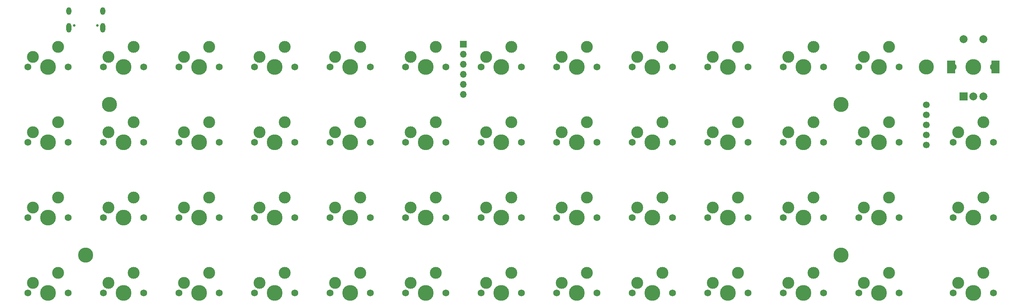
<source format=gts>
G04 #@! TF.GenerationSoftware,KiCad,Pcbnew,(6.0.5-0)*
G04 #@! TF.CreationDate,2022-06-11T09:38:02-05:00*
G04 #@! TF.ProjectId,pcb,7063622e-6b69-4636-9164-5f7063625858,rev?*
G04 #@! TF.SameCoordinates,Original*
G04 #@! TF.FileFunction,Soldermask,Top*
G04 #@! TF.FilePolarity,Negative*
%FSLAX46Y46*%
G04 Gerber Fmt 4.6, Leading zero omitted, Abs format (unit mm)*
G04 Created by KiCad (PCBNEW (6.0.5-0)) date 2022-06-11 09:38:02*
%MOMM*%
%LPD*%
G01*
G04 APERTURE LIST*
%ADD10C,3.000000*%
%ADD11C,1.750000*%
%ADD12C,3.987800*%
%ADD13R,2.000000X2.000000*%
%ADD14C,2.000000*%
%ADD15R,2.000000X3.200000*%
%ADD16C,3.800000*%
%ADD17O,1.700000X1.700000*%
%ADD18R,1.700000X1.700000*%
%ADD19C,0.650000*%
%ADD20O,1.300000X2.400000*%
%ADD21O,1.300000X1.900000*%
%ADD22C,1.700000*%
G04 APERTURE END LIST*
D10*
X121180225Y-50653950D03*
D11*
X119910225Y-53193950D03*
D12*
X124990225Y-53193950D03*
D10*
X127530225Y-48113950D03*
D11*
X130070225Y-53193950D03*
X206270225Y-53193950D03*
D10*
X203730225Y-48113950D03*
X197380225Y-50653950D03*
D11*
X196110225Y-53193950D03*
D12*
X201190225Y-53193950D03*
D11*
X187220225Y-53193950D03*
D10*
X178330225Y-50653950D03*
X184680225Y-48113950D03*
D11*
X177060225Y-53193950D03*
D12*
X182140225Y-53193950D03*
D11*
X168170225Y-53193950D03*
D12*
X163090225Y-53193950D03*
D10*
X165630225Y-48113950D03*
X159280225Y-50653950D03*
D11*
X158010225Y-53193950D03*
X81810225Y-53193950D03*
D12*
X86890225Y-53193950D03*
D10*
X83080225Y-50653950D03*
X89430225Y-48113950D03*
D11*
X91970225Y-53193950D03*
X225320225Y-53193950D03*
D10*
X222780225Y-48113950D03*
D12*
X220240225Y-53193950D03*
D11*
X215160225Y-53193950D03*
D10*
X216430225Y-50653950D03*
D11*
X244370225Y-53193950D03*
D10*
X235480225Y-50653950D03*
X241830225Y-48113950D03*
D11*
X234210225Y-53193950D03*
D12*
X239290225Y-53193950D03*
D11*
X91970225Y-72243950D03*
D12*
X86890225Y-72243950D03*
D10*
X83080225Y-69703950D03*
D11*
X81810225Y-72243950D03*
D10*
X89430225Y-67163950D03*
D11*
X111020225Y-72243950D03*
D10*
X102130225Y-69703950D03*
D11*
X100860225Y-72243950D03*
D10*
X108480225Y-67163950D03*
D12*
X105940225Y-72243950D03*
X144045399Y-72243950D03*
D10*
X146585399Y-67163950D03*
D11*
X138965399Y-72243950D03*
X149125399Y-72243950D03*
D10*
X140235399Y-69703950D03*
X273580225Y-50653950D03*
D12*
X277390225Y-53193950D03*
D10*
X279930225Y-48113950D03*
D11*
X272310225Y-53193950D03*
X282470225Y-53193950D03*
D10*
X165630225Y-67163950D03*
X159280225Y-69703950D03*
D11*
X168170225Y-72243950D03*
X158010225Y-72243950D03*
D12*
X163090225Y-72243950D03*
D11*
X187220225Y-72243950D03*
D12*
X182140225Y-72243950D03*
D11*
X177060225Y-72243950D03*
D10*
X184680225Y-67163950D03*
X178330225Y-69703950D03*
D11*
X196110225Y-72243950D03*
D12*
X201190225Y-72243950D03*
D10*
X203730225Y-67163950D03*
D11*
X206270225Y-72243950D03*
D10*
X197380225Y-69703950D03*
D11*
X111020225Y-110343950D03*
D12*
X105940225Y-110343950D03*
D11*
X100860225Y-110343950D03*
D10*
X108480225Y-105263950D03*
X102130225Y-107803950D03*
D11*
X119910225Y-110343950D03*
D10*
X127530225Y-105263950D03*
D11*
X130070225Y-110343950D03*
D12*
X124990225Y-110343950D03*
D10*
X121180225Y-107803950D03*
X140230225Y-107803950D03*
X146580225Y-105263950D03*
D12*
X144040225Y-110343950D03*
D11*
X149120225Y-110343950D03*
X138960225Y-110343950D03*
D10*
X159280225Y-107803950D03*
D11*
X168170225Y-110343950D03*
D10*
X165630225Y-105263950D03*
D11*
X158010225Y-110343950D03*
D12*
X163090225Y-110343950D03*
X182140225Y-110343950D03*
D11*
X187220225Y-110343950D03*
D10*
X178330225Y-107803950D03*
X184680225Y-105263950D03*
D11*
X177060225Y-110343950D03*
D12*
X220240225Y-110343950D03*
D11*
X225320225Y-110343950D03*
D10*
X222780225Y-105263950D03*
D11*
X215160225Y-110343950D03*
D10*
X216430225Y-107803950D03*
X241830225Y-105263950D03*
X235480225Y-107803950D03*
D11*
X244370225Y-110343950D03*
X234210225Y-110343950D03*
D12*
X239290225Y-110343950D03*
D11*
X253260225Y-110343950D03*
D10*
X254530225Y-107803950D03*
X260880225Y-105263950D03*
D11*
X263420225Y-110343950D03*
D12*
X258340225Y-110343950D03*
D10*
X279930225Y-105263950D03*
D12*
X277390225Y-110343950D03*
D11*
X282470225Y-110343950D03*
X272310225Y-110343950D03*
D10*
X273580225Y-107803950D03*
D11*
X196110225Y-110343950D03*
X206270225Y-110343950D03*
D10*
X203730225Y-105263950D03*
D12*
X201190225Y-110343950D03*
D10*
X197380225Y-107803950D03*
X279930225Y-86213950D03*
D12*
X277390225Y-91293950D03*
D10*
X273580225Y-88753950D03*
D11*
X272310225Y-91293950D03*
X282470225Y-91293950D03*
X253260225Y-91293950D03*
D10*
X260880225Y-86213950D03*
D12*
X258340225Y-91293950D03*
D10*
X254530225Y-88753950D03*
D11*
X263420225Y-91293950D03*
D10*
X216430225Y-88753950D03*
D11*
X215160225Y-91293950D03*
D10*
X222780225Y-86213950D03*
D11*
X225320225Y-91293950D03*
D12*
X220240225Y-91293950D03*
D11*
X187220225Y-91293950D03*
X177060225Y-91293950D03*
D12*
X182140225Y-91293950D03*
D10*
X184680225Y-86213950D03*
X178330225Y-88753950D03*
D11*
X138960225Y-91293950D03*
D10*
X146580225Y-86213950D03*
D11*
X149120225Y-91293950D03*
D12*
X144040225Y-91293950D03*
D10*
X140230225Y-88753950D03*
X83080225Y-88753950D03*
X89430225Y-86213950D03*
D11*
X91970225Y-91293950D03*
X81810225Y-91293950D03*
D12*
X86890225Y-91293950D03*
D11*
X158010225Y-91293950D03*
D10*
X159280225Y-88753950D03*
X165630225Y-86213950D03*
D11*
X168170225Y-91293950D03*
D12*
X163090225Y-91293950D03*
D10*
X298980225Y-67163950D03*
D11*
X301520225Y-72243950D03*
D10*
X292630225Y-69703950D03*
D11*
X291360225Y-72243950D03*
D12*
X296440225Y-72243950D03*
D10*
X127530225Y-86213950D03*
D11*
X130070225Y-91293950D03*
D10*
X121180225Y-88753950D03*
D11*
X119910225Y-91293950D03*
D12*
X124990225Y-91293950D03*
X105940225Y-91293950D03*
D11*
X111020225Y-91293950D03*
D10*
X108480225Y-86213950D03*
X102130225Y-88753950D03*
D11*
X100860225Y-91293950D03*
X263420225Y-72243950D03*
D10*
X260880225Y-67163950D03*
D12*
X258340225Y-72243950D03*
D10*
X254530225Y-69703950D03*
D11*
X253260225Y-72243950D03*
X234210225Y-72243950D03*
D10*
X241830225Y-67163950D03*
D12*
X239290225Y-72243950D03*
D10*
X235480225Y-69703950D03*
D11*
X244370225Y-72243950D03*
D10*
X273580225Y-69703950D03*
D12*
X277390225Y-72243950D03*
D11*
X282470225Y-72243950D03*
D10*
X279930225Y-67163950D03*
D11*
X272310225Y-72243950D03*
D10*
X298980225Y-105263950D03*
D11*
X291360225Y-110343950D03*
D12*
X296440225Y-110343950D03*
D11*
X301520225Y-110343950D03*
D10*
X292630225Y-107803950D03*
X298980225Y-86213950D03*
X292630225Y-88753950D03*
D12*
X296440225Y-91293950D03*
D11*
X301520225Y-91293950D03*
X291360225Y-91293950D03*
D10*
X292630225Y-50653950D03*
D12*
X296440225Y-53193950D03*
D11*
X301520225Y-53193950D03*
X291360225Y-53193950D03*
D10*
X298980225Y-48113950D03*
D13*
X317752725Y-60693950D03*
D14*
X322752725Y-60693950D03*
X320252725Y-60693950D03*
D15*
X314652725Y-53193950D03*
X325852725Y-53193950D03*
D14*
X322752725Y-46193950D03*
X317752725Y-46193950D03*
D10*
X108480225Y-48113950D03*
X102130225Y-50653950D03*
D11*
X111020225Y-53193950D03*
X100860225Y-53193950D03*
D12*
X105940225Y-53193950D03*
X144040225Y-53193950D03*
D11*
X149120225Y-53193950D03*
D10*
X140230225Y-50653950D03*
D11*
X138960225Y-53193950D03*
D10*
X146580225Y-48113950D03*
D12*
X320252785Y-110344230D03*
D10*
X322792785Y-105264230D03*
D11*
X315172785Y-110344230D03*
X325332785Y-110344230D03*
D10*
X316442785Y-107804230D03*
D11*
X315172785Y-72244070D03*
D10*
X316442785Y-69704070D03*
X322792785Y-67164070D03*
D11*
X325332785Y-72244070D03*
D12*
X320252785Y-72244070D03*
D10*
X316442785Y-88754150D03*
X322792785Y-86214150D03*
D11*
X325332785Y-91294150D03*
D12*
X320252785Y-91294150D03*
D11*
X315172785Y-91294150D03*
D12*
X201190225Y-91293950D03*
D10*
X203730225Y-86213950D03*
D11*
X206270225Y-91293950D03*
X196110225Y-91293950D03*
D10*
X197380225Y-88753950D03*
X241830225Y-86213950D03*
D11*
X244370225Y-91293950D03*
D12*
X239290225Y-91293950D03*
D11*
X234210225Y-91293950D03*
D10*
X235480225Y-88753950D03*
D11*
X91970225Y-110343950D03*
D10*
X89430225Y-105263950D03*
D11*
X81810225Y-110343950D03*
D10*
X83080225Y-107803950D03*
D12*
X86890225Y-110343950D03*
D10*
X254530225Y-50653950D03*
X260880225Y-48113950D03*
D11*
X253260225Y-53193950D03*
D12*
X258340225Y-53193950D03*
D11*
X263420225Y-53193950D03*
D10*
X121180225Y-69703950D03*
X127530225Y-67163950D03*
D11*
X119910225Y-72243950D03*
D12*
X124990225Y-72243950D03*
D11*
X130070225Y-72243950D03*
X215160225Y-72243950D03*
D12*
X220240225Y-72243950D03*
D10*
X222780225Y-67163950D03*
D11*
X225320225Y-72243950D03*
D10*
X216430225Y-69703950D03*
D16*
X308346661Y-53193950D03*
X286915393Y-62718958D03*
X286915393Y-100818990D03*
X96415233Y-100818990D03*
X102368363Y-62718958D03*
D11*
X325332725Y-53193950D03*
D12*
X320252725Y-53193950D03*
D11*
X315172725Y-53193950D03*
D17*
X191665313Y-60143950D03*
X191665313Y-49983950D03*
X191665313Y-55063950D03*
X191665313Y-57603950D03*
X191665313Y-52523950D03*
D18*
X191665313Y-47443950D03*
D19*
X93525217Y-42765450D03*
X99305217Y-42765450D03*
D20*
X92115217Y-43316450D03*
X100715217Y-43316450D03*
D21*
X100715217Y-39116450D03*
X92115217Y-39116450D03*
D22*
X308390225Y-67843950D03*
X308390225Y-70383950D03*
X308390225Y-72923950D03*
X308390225Y-65303950D03*
X308390225Y-62763950D03*
M02*

</source>
